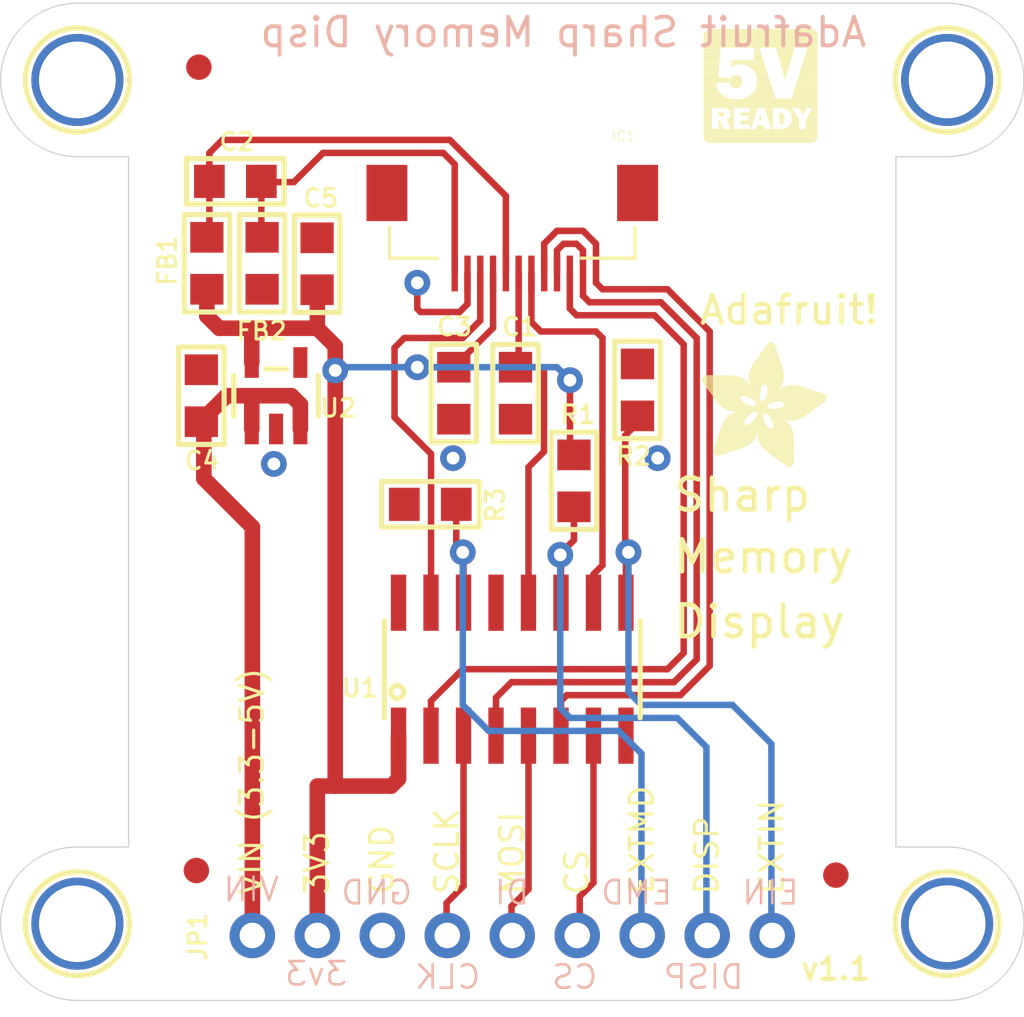
<source format=kicad_pcb>
(kicad_pcb (version 20240108) (generator "pcbnew") (generator_version "8.0")
  (layers (0 "F.Cu" signal) (1 "In1.Cu" signal) (2 "In2.Cu" signal) (3 "In3.Cu" signal) (4 "In4.Cu" signal) (5 "In5.Cu" signal) (6 "In6.Cu" signal) (7 "In7.Cu" signal) (8 "In8.Cu" signal) (9 "In9.Cu" signal) (10 "In10.Cu" signal) (11 "In11.Cu" signal) (12 "In12.Cu" signal) (13 "In13.Cu" signal) (14 "In14.Cu" signal) (31 "B.Cu" signal) (34 "B.Paste" user) (35 "F.Paste" user) (36 "B.SilkS" user "B.Silkscreen") (37 "F.SilkS" user "F.Silkscreen") (38 "B.Mask" user) (39 "F.Mask" user) (44 "Edge.Cuts" user))
  (net 0 "")
  (net 1 "AVDD")
  (net 2 "AGND")
  (net 3 "GND")
  (net 4 "EXTMODE")
  (net 5 "EXTCOMIN")
  (net 6 "SCS")
  (net 7 "SI")
  (net 8 "SCLK")
  (net 9 "DISP")
  (net 10 "VIN")
  (net 11 "3.3V")
  (net 12 "SCLK_5V")
  (net 13 "SI_5V")
  (net 14 "SCS_5V")
  (net 15 "DISP_5V")
  (net 16 "EXTCOMIN_5V")
  (net 17 "EXTMODE_5V")
  (footprint "Adafruit_SharpMemoryDisplay:FIDUCIAL_1MM" (layer "F.Cu") (at 161.151099 119.6036)
    (property "Reference" "FID1" (hide yes))
    (property "Value" "FIDUCIAL\"\"" (hide yes))
    (pad "1" smd roundrect (at 0 0) (size 1 1) (layers "F.Cu" "F.Mask") (roundrect_rratio 0.5))
  )
  (footprint "Adafruit_SharpMemoryDisplay:SOT23-5" (layer "F.Cu") (at 139.268099 100.8546)
    (property "Reference" "U2" (at 1.651 0.889 0) (layer "F.SilkS") (effects (font (size 0.692831 0.692831) (thickness 0.119969)) (justify left bottom)))
    (property "Value" "MCP1824T-3302E/OT")
    (pad "1" smd rect (at -0.95 1.3001) (size 0.55 1.2) (layers "F.Cu" "F.Paste" "F.Mask") (net 10 "VIN"))
    (pad "2" smd rect (at 0 1.3001) (size 0.55 1.2) (layers "F.Cu" "F.Paste" "F.Mask") (net 3 "GND"))
    (pad "3" smd rect (at 0.95 1.3001) (size 0.55 1.2) (layers "F.Cu" "F.Paste" "F.Mask") (net 10 "VIN"))
    (pad "4" smd rect (at 0.95 -1.3001) (size 0.55 1.2) (layers "F.Cu" "F.Paste" "F.Mask"))
    (pad "5" smd rect (at -0.95 -1.3001) (size 0.55 1.2) (layers "F.Cu" "F.Paste" "F.Mask") (net 11 "3.3V"))
  )
  (footprint "Adafruit_SharpMemoryDisplay:_0805" (layer "F.Cu") (at 136.347099 100.8546 90)
    (property "Reference" "C4" (at -2.95 -0.7275 0) (layer "F.SilkS") (effects (font (size 0.692831 0.692831) (thickness 0.119969)) (justify left bottom)))
    (property "Value" "10µF")
    (pad "1" smd rect (at -1.016 0 90) (size 1.2 1.3) (layers "F.Cu" "F.Paste" "F.Mask") (net 10 "VIN"))
    (pad "2" smd rect (at 1.016 0 90) (size 1.2 1.3) (layers "F.Cu" "F.Paste" "F.Mask") (net 3 "GND"))
  )
  (footprint "Adafruit_SharpMemoryDisplay:_0805" (layer "F.Cu") (at 138.722099 95.6746 90)
    (property "Reference" "FB2" (at -3.05 -1.0705 0) (layer "F.SilkS") (effects (font (size 0.692831 0.692831) (thickness 0.119969)) (justify left bottom)))
    (property "Value" "")
    (pad "1" smd rect (at -1.016 0 90) (size 1.2 1.3) (layers "F.Cu" "F.Paste" "F.Mask") (net 3 "GND"))
    (pad "2" smd rect (at 1.016 0 90) (size 1.2 1.3) (layers "F.Cu" "F.Paste" "F.Mask") (net 2 "AGND"))
  )
  (footprint "Adafruit_SharpMemoryDisplay:_0805" (layer "F.Cu") (at 150.914099 104.1836 -90)
    (property "Reference" "R1" (at -2.188 0.6005 0) (layer "F.SilkS") (effects (font (size 0.692831 0.692831) (thickness 0.119969)) (justify left bottom)))
    (property "Value" "10K")
    (pad "1" smd rect (at -1.016 0 270) (size 1.2 1.3) (layers "F.Cu" "F.Paste" "F.Mask") (net 11 "3.3V"))
    (pad "2" smd rect (at 1.016 0 270) (size 1.2 1.3) (layers "F.Cu" "F.Paste" "F.Mask") (net 15 "DISP_5V"))
  )
  (footprint "Adafruit_SharpMemoryDisplay:_0805" (layer "F.Cu") (at 137.677099 92.4706)
    (property "Reference" "C2" (at -0.6985 -1.143 0) (layer "F.SilkS") (effects (font (size 0.692831 0.692831) (thickness 0.119969)) (justify left bottom)))
    (property "Value" "1µF")
    (pad "1" smd rect (at -1.016 0) (size 1.2 1.3) (layers "F.Cu" "F.Paste" "F.Mask") (net 1 "AVDD"))
    (pad "2" smd rect (at 1.016 0) (size 1.2 1.3) (layers "F.Cu" "F.Paste" "F.Mask") (net 2 "AGND"))
  )
  (footprint "Adafruit_SharpMemoryDisplay:ADAFRUIT_5MM" (layer "F.Cu") (at 155.919099 103.6356)
    (property "Reference" "U$29" (hide yes))
    (property "Value" "" (hide yes))
  )
  (footprint "Adafruit_SharpMemoryDisplay:_0805" (layer "F.Cu") (at 148.628099 100.7546 -90)
    (property "Reference" "C1" (at -2.188 0.6005 0) (layer "F.SilkS") (effects (font (size 0.692831 0.692831) (thickness 0.119969)) (justify left bottom)))
    (property "Value" "0.1µF")
    (pad "1" smd rect (at -1.016 0 270) (size 1.2 1.3) (layers "F.Cu" "F.Paste" "F.Mask") (net 9 "DISP"))
    (pad "2" smd rect (at 1.016 0 270) (size 1.2 1.3) (layers "F.Cu" "F.Paste" "F.Mask") (net 3 "GND"))
  )
  (footprint "Adafruit_SharpMemoryDisplay:1X09_ROUND_70" (layer "F.Cu") (at 148.501099 121.9636)
    (property "Reference" "JP1" (at -11.8908 1.0632 90) (layer "F.SilkS") (effects (font (size 0.692831 0.692831) (thickness 0.119969)) (justify left bottom)))
    (property "Value" "")
    (pad "1" thru_hole circle (at -10.16 0 90) (size 1.778 1.778) (drill 1) (layers "*.Cu" "*.Mask") (net 10 "VIN"))
    (pad "2" thru_hole circle (at -7.62 0 90) (size 1.778 1.778) (drill 1) (layers "*.Cu" "*.Mask") (net 11 "3.3V"))
    (pad "3" thru_hole circle (at -5.08 0 90) (size 1.778 1.778) (drill 1) (layers "*.Cu" "*.Mask") (net 3 "GND"))
    (pad "4" thru_hole circle (at -2.54 0 90) (size 1.778 1.778) (drill 1) (layers "*.Cu" "*.Mask") (net 12 "SCLK_5V"))
    (pad "5" thru_hole circle (at 0 0 90) (size 1.778 1.778) (drill 1) (layers "*.Cu" "*.Mask") (net 13 "SI_5V"))
    (pad "6" thru_hole circle (at 2.54 0 90) (size 1.778 1.778) (drill 1) (layers "*.Cu" "*.Mask") (net 14 "SCS_5V"))
    (pad "7" thru_hole circle (at 5.08 0 90) (size 1.778 1.778) (drill 1) (layers "*.Cu" "*.Mask") (net 17 "EXTMODE_5V"))
    (pad "8" thru_hole circle (at 7.62 0 90) (size 1.778 1.778) (drill 1) (layers "*.Cu" "*.Mask") (net 15 "DISP_5V"))
    (pad "9" thru_hole circle (at 10.16 0 90) (size 1.778 1.778) (drill 1) (layers "*.Cu" "*.Mask") (net 16 "EXTCOMIN_5V"))
  )
  (footprint "Adafruit_SharpMemoryDisplay:LOGIC_5VREADY_5MM" (layer "F.Cu") (at 155.711099 91.2296)
    (property "Reference" "U$19" (hide yes))
    (property "Value" "" (hide yes))
  )
  (footprint "Adafruit_SharpMemoryDisplay:MOUNTINGHOLE_3.0_PLATEDTHIN" (layer "F.Cu") (at 165.501099 121.5036)
    (property "Reference" "U$28" (hide yes))
    (property "Value" "MOUNTINGHOLE3.0THIN" (hide yes))
    (pad "P$1" thru_hole circle (at 0 0) (size 3.6 3.6) (drill 3) (layers "*.Cu" "*.Mask"))
  )
  (footprint "Adafruit_SharpMemoryDisplay:FPC_10PIN_52892-1095" (layer "F.Cu") (at 148.501099 96.0736 180)
    (property "Reference" "IC1" (at -4.826 5.588 0) (layer "F.SilkS") (effects (font (size 0.376489 0.376489) (thickness 0.029911)) (justify right top)))
    (property "Value" "LS013B4DN04")
    (pad "P$1" smd rect (at -2.25 0 180) (size 0.25 1.4) (layers "F.Cu" "F.Paste" "F.Mask") (net 8 "SCLK"))
    (pad "P$2" smd rect (at -1.75 0 180) (size 0.25 1.4) (layers "F.Cu" "F.Paste" "F.Mask") (net 7 "SI"))
    (pad "P$3" smd rect (at -1.25 0 180) (size 0.25 1.4) (layers "F.Cu" "F.Paste" "F.Mask") (net 6 "SCS"))
    (pad "P$4" smd rect (at -0.75 0 180) (size 0.25 1.4) (layers "F.Cu" "F.Paste" "F.Mask") (net 5 "EXTCOMIN"))
    (pad "P$5" smd rect (at -0.25 0 180) (size 0.25 1.4) (layers "F.Cu" "F.Paste" "F.Mask") (net 9 "DISP"))
    (pad "P$6" smd rect (at 0.25 0 180) (size 0.25 1.4) (layers "F.Cu" "F.Paste" "F.Mask") (net 1 "AVDD"))
    (pad "P$7" smd rect (at 0.75 0 180) (size 0.25 1.4) (layers "F.Cu" "F.Paste" "F.Mask") (net 11 "3.3V"))
    (pad "P$8" smd rect (at 1.25 0 180) (size 0.25 1.4) (layers "F.Cu" "F.Paste" "F.Mask") (net 4 "EXTMODE"))
    (pad "P$9" smd rect (at 1.75 0 180) (size 0.25 1.4) (layers "F.Cu" "F.Paste" "F.Mask") (net 3 "GND"))
    (pad "P$10" smd rect (at 2.25 0 180) (size 0.25 1.4) (layers "F.Cu" "F.Paste" "F.Mask") (net 2 "AGND"))
    (pad "SUPPORT1" smd rect (at -4.9 3.15 180) (size 1.6 2.2) (layers "F.Cu" "F.Paste" "F.Mask"))
    (pad "SUPPORT2" smd rect (at 4.9 3.15 180) (size 1.6 2.2) (layers "F.Cu" "F.Paste" "F.Mask"))
  )
  (footprint "Adafruit_SharpMemoryDisplay:MOUNTINGHOLE_3.0_PLATEDTHIN" (layer "F.Cu") (at 131.501099 88.5036)
    (property "Reference" "U$21" (hide yes))
    (property "Value" "MOUNTINGHOLE3.0THIN" (hide yes))
    (pad "P$1" thru_hole circle (at 0 0) (size 3.6 3.6) (drill 3) (layers "*.Cu" "*.Mask"))
  )
  (footprint "Adafruit_SharpMemoryDisplay:FIDUCIAL_1MM" (layer "F.Cu") (at 136.153099 119.4236)
    (property "Reference" "FID3" (hide yes))
    (property "Value" "FIDUCIAL\"\"" (hide yes))
    (pad "1" smd roundrect (at 0 0) (size 1 1) (layers "F.Cu" "F.Mask") (roundrect_rratio 0.5))
  )
  (footprint "Adafruit_SharpMemoryDisplay:SOIC16" (layer "F.Cu") (at 148.501099 111.5496)
    (property "Reference" "U1" (at -6.731 1.143 0) (layer "F.SilkS") (effects (font (size 0.692831 0.692831) (thickness 0.119969)) (justify left bottom)))
    (property "Value" "74HC4050D")
    (pad "1" smd rect (at -4.445 2.6) (size 0.6 2.2) (layers "F.Cu" "F.Paste" "F.Mask") (net 11 "3.3V"))
    (pad "2" smd rect (at -3.175 2.6) (size 0.6 2.2) (layers "F.Cu" "F.Paste" "F.Mask") (net 8 "SCLK"))
    (pad "3" smd rect (at -1.905 2.6) (size 0.6 2.2) (layers "F.Cu" "F.Paste" "F.Mask") (net 12 "SCLK_5V"))
    (pad "4" smd rect (at -0.635 2.6) (size 0.6 2.2) (layers "F.Cu" "F.Paste" "F.Mask") (net 7 "SI"))
    (pad "5" smd rect (at 0.635 2.6) (size 0.6 2.2) (layers "F.Cu" "F.Paste" "F.Mask") (net 13 "SI_5V"))
    (pad "6" smd rect (at 1.905 2.6) (size 0.6 2.2) (layers "F.Cu" "F.Paste" "F.Mask") (net 6 "SCS"))
    (pad "7" smd rect (at 3.175 2.6) (size 0.6 2.2) (layers "F.Cu" "F.Paste" "F.Mask") (net 14 "SCS_5V"))
    (pad "8" smd rect (at 4.445 2.6) (size 0.6 2.2) (layers "F.Cu" "F.Paste" "F.Mask") (net 3 "GND"))
    (pad "9" smd rect (at 4.445 -2.6) (size 0.6 2.2) (layers "F.Cu" "F.Paste" "F.Mask") (net 16 "EXTCOMIN_5V"))
    (pad "10" smd rect (at 3.175 -2.6) (size 0.6 2.2) (layers "F.Cu" "F.Paste" "F.Mask") (net 5 "EXTCOMIN"))
    (pad "11" smd rect (at 1.905 -2.6) (size 0.6 2.2) (layers "F.Cu" "F.Paste" "F.Mask") (net 15 "DISP_5V"))
    (pad "12" smd rect (at 0.635 -2.6) (size 0.6 2.2) (layers "F.Cu" "F.Paste" "F.Mask") (net 9 "DISP"))
    (pad "13" smd rect (at -0.635 -2.6) (size 0.6 2.2) (layers "F.Cu" "F.Paste" "F.Mask"))
    (pad "14" smd rect (at -1.905 -2.6) (size 0.6 2.2) (layers "F.Cu" "F.Paste" "F.Mask") (net 17 "EXTMODE_5V"))
    (pad "15" smd rect (at -3.175 -2.6) (size 0.6 2.2) (layers "F.Cu" "F.Paste" "F.Mask") (net 4 "EXTMODE"))
    (pad "16" smd rect (at -4.445 -2.6) (size 0.6 2.2) (layers "F.Cu" "F.Paste" "F.Mask"))
  )
  (footprint "Adafruit_SharpMemoryDisplay:_0805" (layer "F.Cu") (at 153.396099 100.6276 90)
    (property "Reference" "R2" (at -2.188 0.6005 0) (layer "F.SilkS") (effects (font (size 0.692831 0.692831) (thickness 0.119969)) (justify right top)))
    (property "Value" "10K")
    (pad "1" smd rect (at -1.016 0 90) (size 1.2 1.3) (layers "F.Cu" "F.Paste" "F.Mask") (net 16 "EXTCOMIN_5V"))
    (pad "2" smd rect (at 1.016 0 90) (size 1.2 1.3) (layers "F.Cu" "F.Paste" "F.Mask") (net 3 "GND"))
  )
  (footprint "Adafruit_SharpMemoryDisplay:_0805" (layer "F.Cu") (at 145.297099 105.1016)
    (property "Reference" "R3" (at 2.13 -0.7275 90) (layer "F.SilkS") (effects (font (size 0.692831 0.692831) (thickness 0.119969)) (justify right top)))
    (property "Value" "10K")
    (pad "1" smd rect (at -1.016 0) (size 1.2 1.3) (layers "F.Cu" "F.Paste" "F.Mask") (net 3 "GND"))
    (pad "2" smd rect (at 1.016 0) (size 1.2 1.3) (layers "F.Cu" "F.Paste" "F.Mask") (net 17 "EXTMODE_5V"))
  )
  (footprint "Adafruit_SharpMemoryDisplay:_0805" (layer "F.Cu") (at 136.563099 95.6746 90)
    (property "Reference" "FB1" (at -0.9525 -1.143 90) (layer "F.SilkS") (effects (font (size 0.692831 0.692831) (thickness 0.119969)) (justify left bottom)))
    (property "Value" "")
    (pad "1" smd rect (at -1.016 0 90) (size 1.2 1.3) (layers "F.Cu" "F.Paste" "F.Mask") (net 11 "3.3V"))
    (pad "2" smd rect (at 1.016 0 90) (size 1.2 1.3) (layers "F.Cu" "F.Paste" "F.Mask") (net 1 "AVDD"))
  )
  (footprint "Adafruit_SharpMemoryDisplay:_0805" (layer "F.Cu") (at 140.872099 95.6926 90)
    (property "Reference" "C5" (at 2.157 -0.6095 0) (layer "F.SilkS") (effects (font (size 0.692831 0.692831) (thickness 0.119969)) (justify left bottom)))
    (property "Value" "10µF")
    (pad "1" smd rect (at -1.016 0 90) (size 1.2 1.3) (layers "F.Cu" "F.Paste" "F.Mask") (net 11 "3.3V"))
    (pad "2" smd rect (at 1.016 0 90) (size 1.2 1.3) (layers "F.Cu" "F.Paste" "F.Mask") (net 3 "GND"))
  )
  (footprint "Adafruit_SharpMemoryDisplay:MOUNTINGHOLE_3.0_PLATEDTHIN" (layer "F.Cu") (at 165.501099 88.5036)
    (property "Reference" "U$22" (hide yes))
    (property "Value" "MOUNTINGHOLE3.0THIN" (hide yes))
    (pad "P$1" thru_hole circle (at 0 0) (size 3.6 3.6) (drill 3) (layers "*.Cu" "*.Mask"))
  )
  (footprint "Adafruit_SharpMemoryDisplay:MOUNTINGHOLE_3.0_PLATEDTHIN" (layer "F.Cu") (at 131.501099 121.5036)
    (property "Reference" "U$27" (hide yes))
    (property "Value" "MOUNTINGHOLE3.0THIN" (hide yes))
    (pad "P$1" thru_hole circle (at 0 0) (size 3.6 3.6) (drill 3) (layers "*.Cu" "*.Mask"))
  )
  (footprint "Adafruit_SharpMemoryDisplay:_0805" (layer "F.Cu") (at 146.215099 100.7546 -90)
    (property "Reference" "C3" (at -2.188 0.7275 0) (layer "F.SilkS") (effects (font (size 0.692831 0.692831) (thickness 0.119969)) (justify left bottom)))
    (property "Value" "1µF")
    (pad "1" smd rect (at -1.016 0 270) (size 1.2 1.3) (layers "F.Cu" "F.Paste" "F.Mask") (net 11 "3.3V"))
    (pad "2" smd rect (at 1.016 0 270) (size 1.2 1.3) (layers "F.Cu" "F.Paste" "F.Mask") (net 3 "GND"))
  )
  (footprint "Adafruit_SharpMemoryDisplay:FIDUCIAL_1MM" (layer "F.Cu") (at 136.251099 88.0036)
    (property "Reference" "FID2" (hide yes))
    (property "Value" "FIDUCIAL\"\"" (hide yes))
    (pad "1" smd roundrect (at 0 0) (size 1 1) (layers "F.Cu" "F.Mask") (roundrect_rratio 0.5))
  )
  (gr_line (start 165.501099 124.5036) (end 131.501099 124.5036) (stroke (width 0.05)) (layer "Edge.Cuts"))
  (gr_arc (start 128.501099 121.5036) (mid 129.379779 119.38228) (end 131.5011 118.503601) (stroke (width 0.05)) (layer "Edge.Cuts"))
  (gr_arc (start 131.501099 91.5036) (mid 129.379779 90.62492) (end 128.501099 88.5036) (stroke (width 0.05)) (layer "Edge.Cuts"))
  (gr_arc (start 131.501099 124.5036) (mid 129.379779 123.62492) (end 128.501099 121.5036) (stroke (width 0.05)) (layer "Edge.Cuts"))
  (gr_line (start 163.501099 91.5036) (end 163.501099 118.5036) (stroke (width 0.05)) (layer "Edge.Cuts"))
  (gr_line (start 131.501099 85.5036) (end 165.501099 85.5036) (stroke (width 0.05)) (layer "Edge.Cuts"))
  (gr_arc (start 168.501099 121.5036) (mid 167.622419 123.62492) (end 165.501099 124.5036) (stroke (width 0.05)) (layer "Edge.Cuts"))
  (gr_line (start 131.501099 118.5036) (end 133.501099 118.5036) (stroke (width 0.05)) (layer "Edge.Cuts"))
  (gr_arc (start 128.501099 88.5036) (mid 129.379779 86.38228) (end 131.501099 85.5036) (stroke (width 0.05)) (layer "Edge.Cuts"))
  (gr_line (start 165.501099 91.5036) (end 163.501099 91.5036) (stroke (width 0.05)) (layer "Edge.Cuts"))
  (gr_line (start 163.501099 118.5036) (end 165.501099 118.5036) (stroke (width 0.05)) (layer "Edge.Cuts"))
  (gr_arc (start 168.501099 88.5036) (mid 167.622419 90.62492) (end 165.501099 91.5036) (stroke (width 0.05)) (layer "Edge.Cuts"))
  (gr_line (start 133.501099 91.5036) (end 131.501099 91.5036) (stroke (width 0.05)) (layer "Edge.Cuts"))
  (gr_arc (start 165.501099 118.5036) (mid 167.62242 119.38228) (end 168.5011 121.503601) (stroke (width 0.05)) (layer "Edge.Cuts"))
  (gr_arc (start 165.501099 85.5036) (mid 167.622419 86.38228) (end 168.501099 88.5036) (stroke (width 0.05)) (layer "Edge.Cuts"))
  (gr_line (start 133.501099 118.5036) (end 133.501099 91.5036) (stroke (width 0.05)) (layer "Edge.Cuts"))
  (gr_text "EMD" (at 154.822099 120.8206 0) (layer "B.SilkS") (effects (font (size 0.9144 0.9144) (thickness 0.1016)) (justify left bottom mirror)))
  (gr_text "CLK" (at 147.329099 124.1226 0) (layer "B.SilkS") (effects (font (size 0.9144 0.9144) (thickness 0.1016)) (justify left bottom mirror)))
  (gr_text "DI" (at 149.234099 120.8206 0) (layer "B.SilkS") (effects (font (size 0.9144 0.9144) (thickness 0.1016)) (justify left bottom mirror)))
  (gr_text "EIN" (at 159.775099 120.8206 0) (layer "B.SilkS") (effects (font (size 0.9144 0.9144) (thickness 0.1016)) (justify left bottom mirror)))
  (gr_text "Adafruit Sharp Memory Disp" (at 162.442099 87.2926 0) (layer "B.SilkS") (effects (font (size 1.1176 1.1176) (thickness 0.1524)) (justify left bottom mirror)))
  (gr_text "GND" (at 144.662099 120.8206 0) (layer "B.SilkS") (effects (font (size 0.9144 0.9144) (thickness 0.1016)) (justify left bottom mirror)))
  (gr_text "CS" (at 151.901099 124.1226 0) (layer "B.SilkS") (effects (font (size 0.9144 0.9144) (thickness 0.1016)) (justify left bottom mirror)))
  (gr_text "3v3" (at 142.122099 123.9956 0) (layer "B.SilkS") (effects (font (size 0.9144 0.9144) (thickness 0.1016)) (justify left bottom mirror)))
  (gr_text "DISP" (at 157.616099 124.1226 0) (layer "B.SilkS") (effects (font (size 0.9144 0.9144) (thickness 0.1016)) (justify left bottom mirror)))
  (gr_text "VIN" (at 139.455099 120.6936 0) (layer "B.SilkS") (effects (font (size 0.9144 0.9144) (thickness 0.1016)) (justify left bottom mirror)))
  (gr_text "EXTIN" (at 159.169099 120.4396 90) (layer "F.SilkS") (effects (font (size 0.89408 0.89408) (thickness 0.12192)) (justify left bottom)))
  (gr_text "Adafruit!" (at 155.741695 96.8516 0) (layer "F.SilkS") (effects (font (size 1.1049 1.1049) (thickness 0.1651)) (justify left top)))
  (gr_text "SCLK" (at 146.469099 120.4396 90) (layer "F.SilkS") (effects (font (size 0.89408 0.89408) (thickness 0.12192)) (justify left bottom)))
  (gr_text "Display" (at 154.718099 110.4146 0) (layer "F.SilkS") (effects (font (size 1.237488 1.237488) (thickness 0.184912)) (justify left bottom)))
  (gr_text "EXTMD" (at 154.089099 120.4396 90) (layer "F.SilkS") (effects (font (size 0.89408 0.89408) (thickness 0.12192)) (justify left bottom)))
  (gr_text "DISP" (at 156.629099 120.4396 90) (layer "F.SilkS") (effects (font (size 0.89408 0.89408) (thickness 0.12192)) (justify left bottom)))
  (gr_text "MOSI" (at 149.009099 120.4396 90) (layer "F.SilkS") (effects (font (size 0.89408 0.89408) (thickness 0.12192)) (justify left bottom)))
  (gr_text "VIN (3.3-5V)" (at 138.849099 120.4396 90) (layer "F.SilkS") (effects (font (size 0.89408 0.89408) (thickness 0.12192)) (justify left bottom)))
  (gr_text "3V3" (at 141.389099 120.4396 90) (layer "F.SilkS") (effects (font (size 0.89408 0.89408) (thickness 0.12192)) (justify left bottom)))
  (gr_text "v1.1" (at 159.703099 123.7746 0) (layer "F.SilkS") (effects (font (size 0.85344 0.85344) (thickness 0.16256)) (justify left bottom)))
  (gr_text "CS" (at 151.549099 120.4396 90) (layer "F.SilkS") (effects (font (size 0.89408 0.89408) (thickness 0.12192)) (justify left bottom)))
  (gr_text "Sharp" (at 154.718099 105.4616 0) (layer "F.SilkS") (effects (font (size 1.237488 1.237488) (thickness 0.184912)) (justify left bottom)))
  (gr_text "GND" (at 143.929099 120.4396 90) (layer "F.SilkS") (effects (font (size 0.89408 0.89408) (thickness 0.12192)) (justify left bottom)))
  (gr_text "Memory" (at 154.718099 107.8746 0) (layer "F.SilkS") (effects (font (size 1.237488 1.237488) (thickness 0.184912)) (justify left bottom)))
  (segment (start 136.661099 94.5606) (end 136.563099 94.6586) (width 0.254) (layer "F.Cu") (net 1))
  (segment (start 148.251099 93.0406) (end 146.059099 90.8486) (width 0.254) (layer "F.Cu") (net 1))
  (segment (start 136.661099 91.3566) (end 136.661099 92.4706) (width 0.254) (layer "F.Cu") (net 1))
  (segment (start 136.661099 92.4706) (end 136.661099 94.5606) (width 0.254) (layer "F.Cu") (net 1))
  (segment (start 148.251099 96.0736) (end 148.251099 93.0406) (width 0.254) (layer "F.Cu") (net 1))
  (segment (start 146.059099 90.8486) (end 137.169099 90.8486) (width 0.254) (layer "F.Cu") (net 1))
  (segment (start 137.169099 90.8486) (end 136.661099 91.3566) (width 0.254) (layer "F.Cu") (net 1))
  (segment (start 146.251099 91.8026) (end 145.805099 91.3566) (width 0.254) (layer "F.Cu") (net 2))
  (segment (start 138.722099 92.4996) (end 138.693099 92.4706) (width 0.254) (layer "F.Cu") (net 2))
  (segment (start 145.805099 91.3566) (end 141.106099 91.3566) (width 0.254) (layer "F.Cu") (net 2))
  (segment (start 146.251099 96.0736) (end 146.251099 91.8026) (width 0.254) (layer "F.Cu") (net 2))
  (segment (start 141.106099 91.3566) (end 139.963099 92.4996) (width 0.254) (layer "F.Cu") (net 2))
  (segment (start 138.693099 94.6296) (end 138.722099 94.6586) (width 0.254) (layer "F.Cu") (net 2))
  (segment (start 139.963099 92.4996) (end 138.722099 92.4996) (width 0.254) (layer "F.Cu") (net 2))
  (segment (start 138.693099 92.4706) (end 138.693099 94.6296) (width 0.254) (layer "F.Cu") (net 2))
  (segment (start 144.916099 97.5796) (end 144.789099 97.4526) (width 0.254) (layer "F.Cu") (net 3))
  (segment (start 144.789099 97.4526) (end 144.789099 96.4366) (width 0.254) (layer "F.Cu") (net 3))
  (segment (start 146.751099 97.2686) (end 146.440099 97.5796) (width 0.254) (layer "F.Cu") (net 3))
  (segment (start 146.751099 96.0736) (end 146.751099 97.2686) (width 0.254) (layer "F.Cu") (net 3))
  (segment (start 146.440099 97.5796) (end 144.916099 97.5796) (width 0.254) (layer "F.Cu") (net 3))
  (via (at 144.789099 96.4366) (size 1.008) (drill 0.5) (layers "F.Cu" "B.Cu") (net 3))
  (via (at 154.187099 103.2946) (size 1.008) (drill 0.5) (layers "F.Cu" "B.Cu") (net 3))
  (via (at 139.182099 103.5216) (size 1.008) (drill 0.5) (layers "F.Cu" "B.Cu") (net 3))
  (via (at 146.186099 103.2946) (size 1.008) (drill 0.5) (layers "F.Cu" "B.Cu") (net 3))
  (segment (start 144.281099 98.5956) (end 146.567099 98.5956) (width 0.254) (layer "F.Cu") (net 4))
  (segment (start 147.251099 97.9116) (end 146.567099 98.5956) (width 0.254) (layer "F.Cu") (net 4))
  (segment (start 143.900099 101.7026) (end 143.900099 98.9766) (width 0.254) (layer "F.Cu") (net 4))
  (segment (start 143.900099 101.7026) (end 145.326099 103.1286) (width 0.254) (layer "F.Cu") (net 4))
  (segment (start 145.326099 103.1286) (end 145.326099 108.9496) (width 0.254) (layer "F.Cu") (net 4))
  (segment (start 143.900099 98.9766) (end 144.281099 98.5956) (width 0.254) (layer "F.Cu") (net 4))
  (segment (start 147.251099 96.0736) (end 147.251099 97.9116) (width 0.254) (layer "F.Cu") (net 4))
  (segment (start 151.676099 107.8376) (end 152.028099 107.4856) (width 0.254) (layer "F.Cu") (net 5))
  (segment (start 152.028099 107.4856) (end 152.028099 98.5956) (width 0.254) (layer "F.Cu") (net 5))
  (segment (start 149.615099 98.3416) (end 149.251099 97.9776) (width 0.254) (layer "F.Cu") (net 5))
  (segment (start 151.676099 108.9496) (end 151.676099 107.8376) (width 0.254) (layer "F.Cu") (net 5))
  (segment (start 151.774099 98.3416) (end 149.615099 98.3416) (width 0.254) (layer "F.Cu") (net 5))
  (segment (start 152.028099 98.5956) (end 151.774099 98.3416) (width 0.254) (layer "F.Cu") (net 5))
  (segment (start 149.251099 96.0736) (end 149.251099 97.9776) (width 0.254) (layer "F.Cu") (net 5))
  (segment (start 156.219099 111.4226) (end 155.076099 112.5656) (width 0.254) (layer "F.Cu") (net 6))
  (segment (start 150.406099 112.7906) (end 150.631099 112.5656) (width 0.254) (layer "F.Cu") (net 6))
  (segment (start 149.751099 94.9036) (end 150.250099 94.4046) (width 0.254) (layer "F.Cu") (net 6))
  (segment (start 151.774099 96.4366) (end 152.028099 96.6906) (width 0.254) (layer "F.Cu") (net 6))
  (segment (start 150.250099 94.4046) (end 151.266099 94.4046) (width 0.254) (layer "F.Cu") (net 6))
  (segment (start 155.076099 112.5656) (end 150.631099 112.5656) (width 0.254) (layer "F.Cu") (net 6))
  (segment (start 149.751099 96.0736) (end 149.751099 94.9036) (width 0.254) (layer "F.Cu") (net 6))
  (segment (start 152.028099 96.6906) (end 154.568099 96.6906) (width 0.254) (layer "F.Cu") (net 6))
  (segment (start 154.568099 96.6906) (end 156.219099 98.3416) (width 0.254) (layer "F.Cu") (net 6))
  (segment (start 156.219099 98.3416) (end 156.219099 111.4226) (width 0.254) (layer "F.Cu") (net 6))
  (segment (start 150.406099 114.1496) (end 150.406099 112.7906) (width 0.254) (layer "F.Cu") (net 6))
  (segment (start 151.774099 94.9126) (end 151.774099 96.4366) (width 0.254) (layer "F.Cu") (net 6))
  (segment (start 151.266099 94.4046) (end 151.774099 94.9126) (width 0.254) (layer "F.Cu") (net 6))
  (segment (start 147.866099 114.1496) (end 147.866099 112.6636) (width 0.254) (layer "F.Cu") (net 7))
  (segment (start 148.472099 112.0576) (end 147.866099 112.6636) (width 0.254) (layer "F.Cu") (net 7))
  (segment (start 150.251099 96.0736) (end 150.251099 95.1656) (width 0.254) (layer "F.Cu") (net 7))
  (segment (start 154.822099 112.0576) (end 148.472099 112.0576) (width 0.254) (layer "F.Cu") (net 7))
  (segment (start 151.012099 94.9126) (end 151.266099 95.1666) (width 0.254) (layer "F.Cu") (net 7))
  (segment (start 151.520099 97.1986) (end 154.314099 97.1986) (width 0.254) (layer "F.Cu") (net 7))
  (segment (start 151.266099 95.1666) (end 151.266099 96.9446) (width 0.254) (layer "F.Cu") (net 7))
  (segment (start 150.504099 94.9126) (end 151.012099 94.9126) (width 0.254) (layer "F.Cu") (net 7))
  (segment (start 155.711099 98.5956) (end 155.711099 111.1686) (width 0.254) (layer "F.Cu") (net 7))
  (segment (start 150.251099 95.1656) (end 150.504099 94.9126) (width 0.254) (layer "F.Cu") (net 7))
  (segment (start 155.711099 111.1686) (end 154.822099 112.0576) (width 0.254) (layer "F.Cu") (net 7))
  (segment (start 154.314099 97.1986) (end 155.711099 98.5956) (width 0.254) (layer "F.Cu") (net 7))
  (segment (start 151.266099 96.9446) (end 151.520099 97.1986) (width 0.254) (layer "F.Cu") (net 7))
  (segment (start 155.203099 110.9146) (end 154.568099 111.5496) (width 0.254) (layer "F.Cu") (net 8))
  (segment (start 154.568099 111.5496) (end 146.567099 111.5496) (width 0.254) (layer "F.Cu") (net 8))
  (segment (start 155.203099 110.9146) (end 155.203099 98.8496) (width 0.254) (layer "F.Cu") (net 8))
  (segment (start 154.060099 97.7066) (end 151.012099 97.7066) (width 0.254) (layer "F.Cu") (net 8))
  (segment (start 151.012099 97.7066) (end 150.751099 97.4456) (width 0.254) (layer "F.Cu") (net 8))
  (segment (start 155.203099 98.8496) (end 154.060099 97.7066) (width 0.254) (layer "F.Cu") (net 8))
  (segment (start 145.326099 114.1496) (end 145.326099 112.7906) (width 0.254) (layer "F.Cu") (net 8))
  (segment (start 146.567099 111.5496) (end 145.326099 112.7906) (width 0.254) (layer "F.Cu") (net 8))
  (segment (start 150.751099 96.0736) (end 150.751099 97.4456) (width 0.254) (layer "F.Cu") (net 8))
  (segment (start 148.751099 96.0736) (end 148.751099 99.6156) (width 0.254) (layer "F.Cu") (net 9))
  (segment (start 149.742099 103.0406) (end 149.742099 99.7386) (width 0.254) (layer "F.Cu") (net 9))
  (segment (start 149.742099 99.7386) (end 148.628099 99.7386) (width 0.254) (layer "F.Cu") (net 9))
  (segment (start 149.136099 108.9496) (end 149.136099 103.6466) (width 0.254) (layer "F.Cu") (net 9))
  (segment (start 149.136099 103.6466) (end 149.742099 103.0406) (width 0.254) (layer "F.Cu") (net 9))
  (segment (start 148.751099 99.6156) (end 148.628099 99.7386) (width 0.254) (layer "F.Cu") (net 9))
  (segment (start 137.334099 100.8546) (end 138.477099 100.8546) (width 0.6096) (layer "F.Cu") (net 10))
  (segment (start 136.445099 101.9686) (end 136.445099 101.7436) (width 0.6096) (layer "F.Cu") (net 10))
  (segment (start 138.341099 105.9906) (end 136.445099 104.0946) (width 0.6096) (layer "F.Cu") (net 10))
  (segment (start 136.445099 101.9686) (end 136.347099 101.8706) (width 0.6096) (layer "F.Cu") (net 10))
  (segment (start 136.445099 101.7436) (end 137.334099 100.8546) (width 0.6096) (layer "F.Cu") (net 10))
  (segment (start 138.341099 121.9636) (end 138.341099 105.9906) (width 0.6096) (layer "F.Cu") (net 10))
  (segment (start 139.874099 100.8546) (end 140.218099 101.1986) (width 0.6096) (layer "F.Cu") (net 10))
  (segment (start 140.218099 102.1547) (end 140.218099 101.1986) (width 0.6096) (layer "F.Cu") (net 10))
  (segment (start 136.445099 104.0946) (end 136.445099 101.9686) (width 0.6096) (layer "F.Cu") (net 10))
  (segment (start 138.477099 100.8546) (end 139.874099 100.8546) (width 0.6096) (layer "F.Cu") (net 10))
  (segment (start 138.318099 101.0136) (end 138.477099 100.8546) (width 0.6096) (layer "F.Cu") (net 10))
  (segment (start 138.318099 102.1547) (end 138.318099 101.0136) (width 0.6096) (layer "F.Cu") (net 10))
  (segment (start 143.773099 116.1216) (end 141.581099 116.1216) (width 0.6096) (layer "F.Cu") (net 11))
  (segment (start 150.914099 103.1676) (end 150.758099 103.0116) (width 0.254) (layer "F.Cu") (net 11))
  (segment (start 147.751099 96.0736) (end 147.751099 98.2026) (width 0.254) (layer "F.Cu") (net 11))
  (segment (start 150.758099 103.0116) (end 150.758099 100.2466) (width 0.254) (layer "F.Cu") (net 11))
  (segment (start 136.563099 96.6906) (end 136.563099 97.7356) (width 0.6096) (layer "F.Cu") (net 11))
  (segment (start 141.581099 99.8656) (end 141.581099 116.1216) (width 0.6096) (layer "F.Cu") (net 11))
  (segment (start 138.318099 98.2466) (end 138.150099 98.2146) (width 0.6096) (layer "F.Cu") (net 11))
  (segment (start 141.581099 98.9146) (end 141.581099 99.8656) (width 0.6096) (layer "F.Cu") (net 11))
  (segment (start 138.318099 99.5545) (end 138.318099 98.2466) (width 0.6096) (layer "F.Cu") (net 11))
  (segment (start 140.881099 121.9636) (end 140.881099 116.1216) (width 0.6096) (layer "F.Cu") (net 11))
  (segment (start 141.581099 116.1216) (end 140.881099 116.1216) (width 0.6096) (layer "F.Cu") (net 11))
  (segment (start 144.056099 114.1496) (end 144.056099 115.8386) (width 0.6096) (layer "F.Cu") (net 11))
  (segment (start 146.215099 99.7386) (end 144.789099 99.7386) (width 0.254) (layer "F.Cu") (net 11))
  (segment (start 140.881099 98.2146) (end 141.581099 98.9146) (width 0.6096) (layer "F.Cu") (net 11))
  (segment (start 144.056099 115.8386) (end 143.773099 116.1216) (width 0.6096) (layer "F.Cu") (net 11))
  (segment (start 140.881099 96.7576) (end 140.872099 96.7086) (width 0.6096) (layer "F.Cu") (net 11))
  (segment (start 136.563099 97.7356) (end 137.042099 98.2146) (width 0.6096) (layer "F.Cu") (net 11))
  (segment (start 137.042099 98.2146) (end 138.150099 98.2146) (width 0.6096) (layer "F.Cu") (net 11))
  (segment (start 140.881099 98.2146) (end 140.881099 96.7576) (width 0.6096) (layer "F.Cu") (net 11))
  (segment (start 138.150099 98.2146) (end 140.881099 98.2146) (width 0.6096) (layer "F.Cu") (net 11))
  (segment (start 147.751099 98.2026) (end 146.215099 99.7386) (width 0.254) (layer "F.Cu") (net 11))
  (via (at 141.581099 99.8656) (size 1.008) (drill 0.5) (layers "F.Cu" "B.Cu") (net 11))
  (via (at 150.758099 100.2466) (size 1.008) (drill 0.5) (layers "F.Cu" "B.Cu") (net 11))
  (via (at 144.789099 99.7386) (size 1.008) (drill 0.5) (layers "F.Cu" "B.Cu") (net 11))
  (segment (start 144.789099 99.7386) (end 141.708099 99.7386) (width 0.254) (layer "B.Cu") (net 11))
  (segment (start 150.758099 100.2466) (end 150.250099 99.7386) (width 0.254) (layer "B.Cu") (net 11))
  (segment (start 141.708099 99.7386) (end 141.581099 99.8656) (width 0.254) (layer "B.Cu") (net 11))
  (segment (start 150.250099 99.7386) (end 144.789099 99.7386) (width 0.254) (layer "B.Cu") (net 11))
  (segment (start 146.596099 120.0296) (end 145.932099 120.6936) (width 0.254) (layer "F.Cu") (net 12))
  (segment (start 145.932099 121.9346) (end 145.961099 121.9636) (width 0.254) (layer "F.Cu") (net 12))
  (segment (start 145.932099 120.6936) (end 145.932099 121.9346) (width 0.254) (layer "F.Cu") (net 12))
  (segment (start 146.596099 114.1496) (end 146.596099 120.0296) (width 0.254) (layer "F.Cu") (net 12))
  (segment (start 149.136099 114.1496) (end 149.136099 120.1566) (width 0.254) (layer "F.Cu") (net 13))
  (segment (start 148.472099 121.9346) (end 148.501099 121.9636) (width 0.254) (layer "F.Cu") (net 13))
  (segment (start 149.136099 120.1566) (end 148.472099 120.8206) (width 0.254) (layer "F.Cu") (net 13))
  (segment (start 148.472099 120.8206) (end 148.472099 121.9346) (width 0.254) (layer "F.Cu") (net 13))
  (segment (start 151.139099 121.8656) (end 151.041099 121.9636) (width 0.254) (layer "F.Cu") (net 14))
  (segment (start 151.676099 119.9026) (end 151.139099 120.4396) (width 0.254) (layer "F.Cu") (net 14))
  (segment (start 151.139099 120.4396) (end 151.139099 121.8656) (width 0.254) (layer "F.Cu") (net 14))
  (segment (start 151.676099 114.1496) (end 151.676099 119.9026) (width 0.254) (layer "F.Cu") (net 14))
  (segment (start 150.406099 108.9496) (end 150.406099 107.0066) (width 0.254) (layer "F.Cu") (net 15))
  (segment (start 150.406099 107.0066) (end 150.377099 107.0776) (width 0.254) (layer "F.Cu") (net 15))
  (segment (start 150.406099 107.0066) (end 150.914099 106.4986) (width 0.254) (layer "F.Cu") (net 15))
  (segment (start 150.914099 106.4986) (end 150.914099 105.1996) (width 0.254) (layer "F.Cu") (net 15))
  (via (at 150.377099 107.0776) (size 1.008) (drill 0.5) (layers "F.Cu" "B.Cu") (net 15))
  (segment (start 150.377099 113.0736) (end 150.758099 113.4546) (width 0.254) (layer "B.Cu") (net 15))
  (segment (start 150.377099 107.0776) (end 150.377099 113.0736) (width 0.254) (layer "B.Cu") (net 15))
  (segment (start 150.758099 113.4546) (end 154.949099 113.4546) (width 0.254) (layer "B.Cu") (net 15))
  (segment (start 156.092099 121.9346) (end 156.121099 121.9636) (width 0.254) (layer "B.Cu") (net 15))
  (segment (start 154.949099 113.4546) (end 156.092099 114.5976) (width 0.254) (layer "B.Cu") (net 15))
  (segment (start 156.092099 114.5976) (end 156.092099 121.9346) (width 0.254) (layer "B.Cu") (net 15))
  (segment (start 152.946099 107.0756) (end 153.044099 106.9776) (width 0.254) (layer "F.Cu") (net 16))
  (segment (start 153.396099 101.9266) (end 153.396099 101.6436) (width 0.254) (layer "F.Cu") (net 16))
  (segment (start 153.044099 106.9776) (end 152.917099 106.8506) (width 0.254) (layer "F.Cu") (net 16))
  (segment (start 152.917099 102.4056) (end 153.396099 101.9266) (width 0.254) (layer "F.Cu") (net 16))
  (segment (start 152.917099 106.8506) (end 152.917099 102.4056) (width 0.254) (layer "F.Cu") (net 16))
  (segment (start 152.946099 108.9496) (end 152.946099 107.0756) (width 0.254) (layer "F.Cu") (net 16))
  (via (at 153.044099 106.9776) (size 1.008) (drill 0.5) (layers "F.Cu" "B.Cu") (net 16))
  (segment (start 158.632099 121.9346) (end 158.661099 121.9636) (width 0.254) (layer "B.Cu") (net 16))
  (segment (start 153.044099 112.4386) (end 153.552099 112.9466) (width 0.254) (layer "B.Cu") (net 16))
  (segment (start 157.108099 112.9466) (end 158.632099 114.4706) (width 0.254) (layer "B.Cu") (net 16))
  (segment (start 153.044099 106.9776) (end 153.044099 112.4386) (width 0.254) (layer "B.Cu") (net 16))
  (segment (start 158.632099 114.4706) (end 158.632099 121.9346) (width 0.254) (layer "B.Cu") (net 16))
  (segment (start 153.552099 112.9466) (end 157.108099 112.9466) (width 0.254) (layer "B.Cu") (net 16))
  (segment (start 146.567099 106.9776) (end 146.313099 106.7236) (width 0.254) (layer "F.Cu") (net 17))
  (segment (start 146.596099 108.9496) (end 146.596099 107.0066) (width 0.254) (layer "F.Cu") (net 17))
  (segment (start 146.596099 107.0066) (end 146.567099 106.9776) (width 0.254) (layer "F.Cu") (net 17))
  (segment (start 146.313099 106.7236) (end 146.313099 105.1016) (width 0.254) (layer "F.Cu") (net 17))
  (via (at 146.567099 106.9776) (size 1.008) (drill 0.5) (layers "F.Cu" "B.Cu") (net 17))
  (segment (start 146.567099 112.9466) (end 147.583099 113.9626) (width 0.254) (layer "B.Cu") (net 17))
  (segment (start 152.663099 113.9626) (end 153.552099 114.8516) (width 0.254) (layer "B.Cu") (net 17))
  (segment (start 146.567099 106.9776) (end 146.567099 112.9466) (width 0.254) (layer "B.Cu") (net 17))
  (segment (start 153.552099 121.9346) (end 153.581099 121.9636) (width 0.254) (layer "B.Cu") (net 17))
  (segment (start 147.583099 113.9626) (end 152.663099 113.9626) (width 0.254) (layer "B.Cu") (net 17))
  (segment (start 153.552099 114.8516) (end 153.552099 121.9346) (width 0.254) (layer "B.Cu") (net 17))
)
</source>
